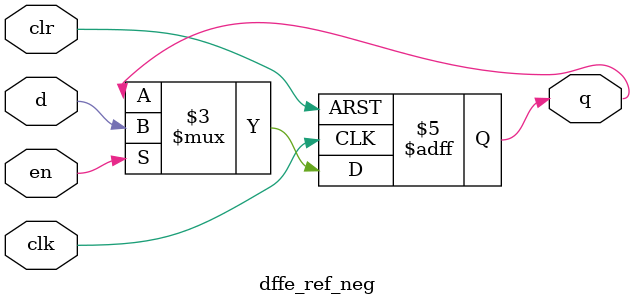
<source format=v>
module dffe_ref_neg (q, d, clk, en, clr);
   
   //Inputs
   input d, clk, en, clr;
   
   //Internal wire
   wire clr;

   //Output
   output q;
   
   //Register
   reg q;

   //Intialize q to 0
   initial
   begin
       q = 1'b0;
   end

   //Set value of q on positive edge of the clock or clear
   always @(negedge clk or posedge clr) begin
       //If clear is high, set q to 0
       if (clr) begin
           q <= 1'b0;
       //If enable is high, set q to the value of d
       end else if (en) begin
           q <= d;
       end
   end
endmodule

</source>
